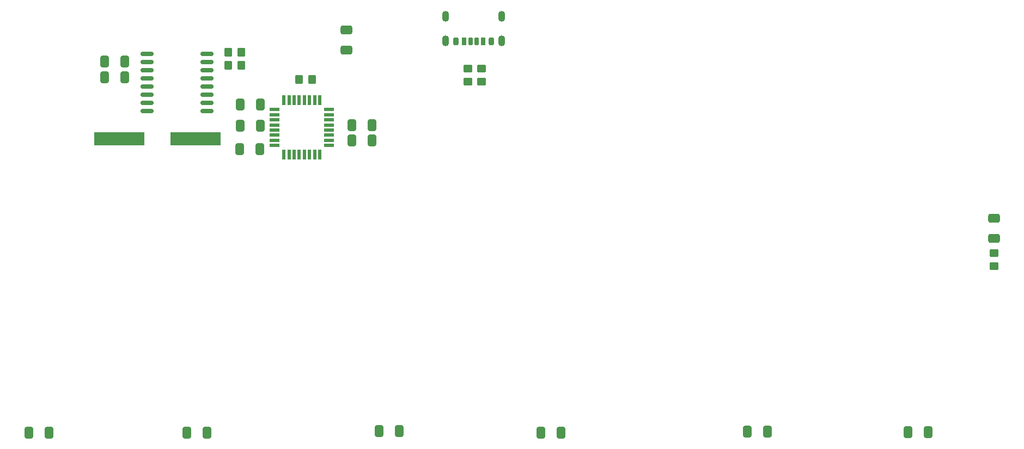
<source format=gtp>
G04 #@! TF.GenerationSoftware,KiCad,Pcbnew,8.0.1*
G04 #@! TF.CreationDate,2025-01-11T23:12:33+02:00*
G04 #@! TF.ProjectId,NixProjectRev02,4e697850-726f-46a6-9563-745265763032,Rev02*
G04 #@! TF.SameCoordinates,Original*
G04 #@! TF.FileFunction,Paste,Top*
G04 #@! TF.FilePolarity,Positive*
%FSLAX46Y46*%
G04 Gerber Fmt 4.6, Leading zero omitted, Abs format (unit mm)*
G04 Created by KiCad (PCBNEW 8.0.1) date 2025-01-11 23:12:33*
%MOMM*%
%LPD*%
G01*
G04 APERTURE LIST*
G04 Aperture macros list*
%AMRoundRect*
0 Rectangle with rounded corners*
0 $1 Rounding radius*
0 $2 $3 $4 $5 $6 $7 $8 $9 X,Y pos of 4 corners*
0 Add a 4 corners polygon primitive as box body*
4,1,4,$2,$3,$4,$5,$6,$7,$8,$9,$2,$3,0*
0 Add four circle primitives for the rounded corners*
1,1,$1+$1,$2,$3*
1,1,$1+$1,$4,$5*
1,1,$1+$1,$6,$7*
1,1,$1+$1,$8,$9*
0 Add four rect primitives between the rounded corners*
20,1,$1+$1,$2,$3,$4,$5,0*
20,1,$1+$1,$4,$5,$6,$7,0*
20,1,$1+$1,$6,$7,$8,$9,0*
20,1,$1+$1,$8,$9,$2,$3,0*%
G04 Aperture macros list end*
%ADD10R,1.600000X0.550000*%
%ADD11R,0.550000X1.600000*%
%ADD12RoundRect,0.175000X0.175000X0.425000X-0.175000X0.425000X-0.175000X-0.425000X0.175000X-0.425000X0*%
%ADD13RoundRect,0.190000X-0.190000X-0.410000X0.190000X-0.410000X0.190000X0.410000X-0.190000X0.410000X0*%
%ADD14RoundRect,0.200000X-0.200000X-0.400000X0.200000X-0.400000X0.200000X0.400000X-0.200000X0.400000X0*%
%ADD15RoundRect,0.175000X-0.175000X-0.425000X0.175000X-0.425000X0.175000X0.425000X-0.175000X0.425000X0*%
%ADD16RoundRect,0.190000X0.190000X0.410000X-0.190000X0.410000X-0.190000X-0.410000X0.190000X-0.410000X0*%
%ADD17RoundRect,0.200000X0.200000X0.400000X-0.200000X0.400000X-0.200000X-0.400000X0.200000X-0.400000X0*%
%ADD18O,1.100000X1.700000*%
%ADD19RoundRect,0.250000X-0.450000X0.350000X-0.450000X-0.350000X0.450000X-0.350000X0.450000X0.350000X0*%
%ADD20R,7.875000X2.000000*%
%ADD21RoundRect,0.250000X-0.412500X-0.650000X0.412500X-0.650000X0.412500X0.650000X-0.412500X0.650000X0*%
%ADD22RoundRect,0.250000X0.412500X0.650000X-0.412500X0.650000X-0.412500X-0.650000X0.412500X-0.650000X0*%
%ADD23RoundRect,0.250000X-0.650000X0.412500X-0.650000X-0.412500X0.650000X-0.412500X0.650000X0.412500X0*%
%ADD24RoundRect,0.150000X-0.875000X-0.150000X0.875000X-0.150000X0.875000X0.150000X-0.875000X0.150000X0*%
%ADD25RoundRect,0.250000X0.650000X-0.412500X0.650000X0.412500X-0.650000X0.412500X-0.650000X-0.412500X0*%
%ADD26RoundRect,0.250000X-0.350000X-0.450000X0.350000X-0.450000X0.350000X0.450000X-0.350000X0.450000X0*%
G04 APERTURE END LIST*
D10*
X119950000Y-64750000D03*
X119950000Y-65550000D03*
X119950000Y-66350000D03*
X119950000Y-67150000D03*
X119950000Y-67950000D03*
X119950000Y-68750000D03*
X119950000Y-69550000D03*
X119950000Y-70350000D03*
D11*
X121400000Y-71800000D03*
X122200000Y-71800000D03*
X123000000Y-71800000D03*
X123800000Y-71800000D03*
X124600000Y-71800000D03*
X125400000Y-71800000D03*
X126200000Y-71800000D03*
X127000000Y-71800000D03*
D10*
X128450000Y-70350000D03*
X128450000Y-69550000D03*
X128450000Y-68750000D03*
X128450000Y-67950000D03*
X128450000Y-67150000D03*
X128450000Y-66350000D03*
X128450000Y-65550000D03*
X128450000Y-64750000D03*
D11*
X127000000Y-63300000D03*
X126200000Y-63300000D03*
X125400000Y-63300000D03*
X124600000Y-63300000D03*
X123800000Y-63300000D03*
X123000000Y-63300000D03*
X122200000Y-63300000D03*
X121400000Y-63300000D03*
D12*
X151400000Y-54130000D03*
D13*
X149380000Y-54130000D03*
D14*
X148150000Y-54130000D03*
D15*
X150400000Y-54130000D03*
D16*
X152420000Y-54130000D03*
D17*
X153650000Y-54130000D03*
D18*
X155220000Y-54050000D03*
X155220000Y-50250000D03*
X146580000Y-54050000D03*
X146580000Y-50250000D03*
D19*
X231800000Y-87100000D03*
X231800000Y-89100000D03*
D20*
X107696000Y-69300000D03*
X95821000Y-69300000D03*
D21*
X131953000Y-69596000D03*
X135078000Y-69596000D03*
D22*
X117762500Y-67300000D03*
X114637500Y-67300000D03*
D21*
X106337500Y-115000000D03*
X109462500Y-115000000D03*
X93537500Y-59700000D03*
X96662500Y-59700000D03*
D23*
X231800000Y-81637500D03*
X231800000Y-84762500D03*
D24*
X100150000Y-56055000D03*
X100150000Y-57325000D03*
X100150000Y-58595000D03*
X100150000Y-59865000D03*
X100150000Y-61135000D03*
X100150000Y-62405000D03*
X100150000Y-63675000D03*
X100150000Y-64945000D03*
X109450000Y-64945000D03*
X109450000Y-63675000D03*
X109450000Y-62405000D03*
X109450000Y-61135000D03*
X109450000Y-59865000D03*
X109450000Y-58595000D03*
X109450000Y-57325000D03*
X109450000Y-56055000D03*
D19*
X152100000Y-58400000D03*
X152100000Y-60400000D03*
D21*
X93575000Y-57300000D03*
X96700000Y-57300000D03*
X131953000Y-67196000D03*
X135078000Y-67196000D03*
X193487500Y-114850000D03*
X196612500Y-114850000D03*
D25*
X131100000Y-55462500D03*
X131100000Y-52337500D03*
D21*
X218437500Y-114900000D03*
X221562500Y-114900000D03*
X161387500Y-115000000D03*
X164512500Y-115000000D03*
D26*
X112800000Y-57900000D03*
X114800000Y-57900000D03*
D19*
X150000000Y-58400000D03*
X150000000Y-60400000D03*
D26*
X123800000Y-60100000D03*
X125800000Y-60100000D03*
D21*
X136237500Y-114800000D03*
X139362500Y-114800000D03*
D22*
X84862500Y-115000000D03*
X81737500Y-115000000D03*
X117762500Y-64008000D03*
X114637500Y-64008000D03*
D26*
X112800000Y-55800000D03*
X114800000Y-55800000D03*
D22*
X117662500Y-70900000D03*
X114537500Y-70900000D03*
M02*

</source>
